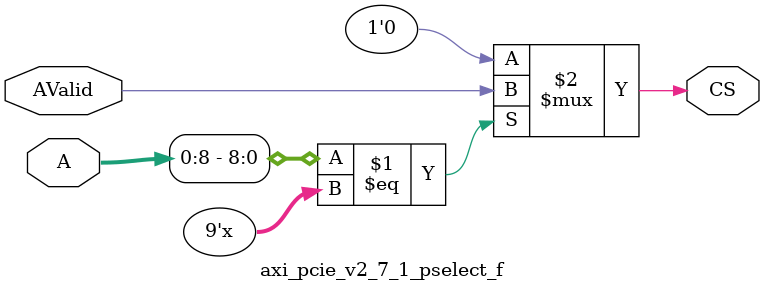
<source format=v>

`timescale 1ps/1ps

module axi_pcie_v2_7_1_pselect_f #(
  parameter                   C_AB      = 9,
  parameter                   C_AW      = 32,
  parameter [0:C_AW - 1]      C_BAR     =  'bz,
  parameter                   C_FAMILY  = "nofamily"
)(
  input      [0:C_AW-1]       A, 
  input                       AValid,
  output                      CS
);

// Local Paramater declaration
//--------------------------
localparam [0:C_AB-1]BAR = C_BAR[0:C_AB-1];

//------------------------------------------------------------------------------
// Behavioral decoder
//------------------------------------------------------------------------------
generate
if (C_AB > 0) begin : XST_WA
  assign CS = (A[0:C_AB - 1] == BAR[0:C_AB - 1]) ? AValid : 1'b0 ;
end

if (C_AB == 0) begin : PASS_ON_GEN
  assign CS = AValid ;
end
endgenerate

endmodule

</source>
